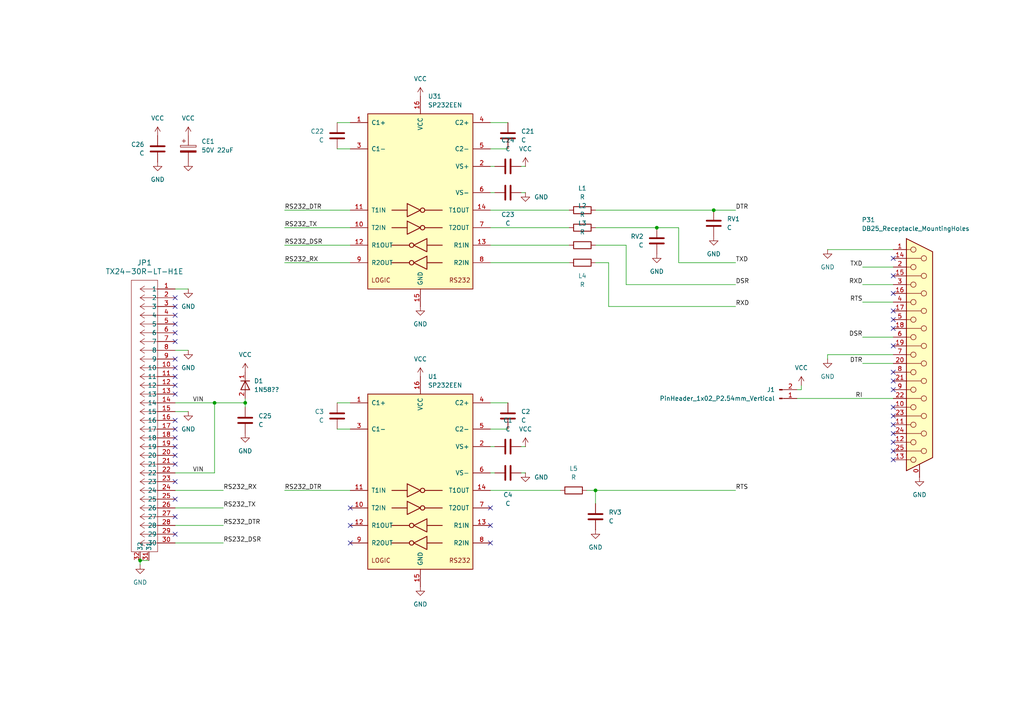
<source format=kicad_sch>
(kicad_sch (version 20231120) (generator "eeschema") (generator_version "8.0")
  (paper "A4")
  (title_block (title "SUNSO Thermal WTP-150 - Communication Module, RS232") (rev "2.0"))
  (lib_symbols
    (symbol "Connector:Conn_01x02_Pin" (pin_names (offset 1.016) hide)
      (property "Reference" "J" (at 0 2.54 0))
      (property "Value" "Conn_01x02_Pin" (at 0 -5.08 0))
      (symbol "Conn_01x02_Pin_1_1"
        (polyline (pts (xy 1.27 -2.54) (xy 0.8636 -2.54)) (stroke (width 0.1524)))
        (polyline (pts (xy 1.27 0) (xy 0.8636 0)) (stroke (width 0.1524)))
        (rectangle (start 0.8636 -2.413) (end 0 -2.667) (stroke (width 0.1524)) (fill (type outline)))
        (rectangle (start 0.8636 0.127) (end 0 -0.127) (stroke (width 0.1524)) (fill (type outline)))
        (pin passive line (at 5.08 0 180) (length 3.81) (name "Pin_1") (number "1"))
        (pin passive line (at 5.08 -2.54 180) (length 3.81) (name "Pin_2") (number "2"))
      )
    )
    (symbol "Connector:DB25_Receptacle_MountingHoles" (pin_names (offset 1.016) hide)
      (property "Reference" "J" (at 0 36.83 0))
      (property "Value" "DB25_Receptacle_MountingHoles" (at 0 34.925 0))
      (symbol "DB25_Receptacle_MountingHoles_0_1"
        (circle (center -1.778 -30.48) (radius 0.762))
        (circle (center -1.778 -25.4) (radius 0.762))
        (circle (center -1.778 -20.32) (radius 0.762))
        (circle (center -1.778 -15.24) (radius 0.762))
        (circle (center -1.778 -10.16) (radius 0.762))
        (circle (center -1.778 -5.08) (radius 0.762))
        (circle (center -1.778 0) (radius 0.762))
        (circle (center -1.778 5.08) (radius 0.762))
        (circle (center -1.778 10.16) (radius 0.762))
        (circle (center -1.778 15.24) (radius 0.762))
        (circle (center -1.778 20.32) (radius 0.762))
        (circle (center -1.778 25.4) (radius 0.762))
        (circle (center -1.778 30.48) (radius 0.762))
        (polyline (pts (xy -3.81 -30.48) (xy -2.54 -30.48)))
        (polyline (pts (xy -3.81 -27.94) (xy 0.508 -27.94)))
        (polyline (pts (xy -3.81 -25.4) (xy -2.54 -25.4)))
        (polyline (pts (xy -3.81 -22.86) (xy 0.508 -22.86)))
        (polyline (pts (xy -3.81 -20.32) (xy -2.54 -20.32)))
        (polyline (pts (xy -3.81 -17.78) (xy 0.508 -17.78)))
        (polyline (pts (xy -3.81 -15.24) (xy -2.54 -15.24)))
        (polyline (pts (xy -3.81 -12.7) (xy 0.508 -12.7)))
        (polyline (pts (xy -3.81 -10.16) (xy -2.54 -10.16)))
        (polyline (pts (xy -3.81 -7.62) (xy 0.508 -7.62)))
        (polyline (pts (xy -3.81 -5.08) (xy -2.54 -5.08)))
        (polyline (pts (xy -3.81 -2.54) (xy 0.508 -2.54)))
        (polyline (pts (xy -3.81 0) (xy -2.54 0)))
        (polyline (pts (xy -3.81 2.54) (xy 0.508 2.54)))
        (polyline (pts (xy -3.81 5.08) (xy -2.54 5.08)))
        (polyline (pts (xy -3.81 7.62) (xy 0.508 7.62)))
        (polyline (pts (xy -3.81 10.16) (xy -2.54 10.16)))
        (polyline (pts (xy -3.81 12.7) (xy 0.508 12.7)))
        (polyline (pts (xy -3.81 15.24) (xy -2.54 15.24)))
        (polyline (pts (xy -3.81 17.78) (xy 0.508 17.78)))
        (polyline (pts (xy -3.81 20.32) (xy -2.54 20.32)))
        (polyline (pts (xy -3.81 22.86) (xy 0.508 22.86)))
        (polyline (pts (xy -3.81 25.4) (xy -2.54 25.4)))
        (polyline (pts (xy -3.81 27.94) (xy 0.508 27.94)))
        (polyline (pts (xy -3.81 30.48) (xy -2.54 30.48)))
        (polyline (pts (xy -3.81 33.655) (xy 3.81 29.845) (xy 3.81 -29.845) (xy -3.81 -33.655) (xy -3.81 33.655)) (stroke (width 0.254)) (fill (type background)))
        (circle (center 1.27 -27.94) (radius 0.762))
        (circle (center 1.27 -22.86) (radius 0.762))
        (circle (center 1.27 -17.78) (radius 0.762))
        (circle (center 1.27 -12.7) (radius 0.762))
        (circle (center 1.27 -7.62) (radius 0.762))
        (circle (center 1.27 -2.54) (radius 0.762))
        (circle (center 1.27 2.54) (radius 0.762))
        (circle (center 1.27 7.62) (radius 0.762))
        (circle (center 1.27 12.7) (radius 0.762))
        (circle (center 1.27 17.78) (radius 0.762))
        (circle (center 1.27 22.86) (radius 0.762))
        (circle (center 1.27 27.94) (radius 0.762))
      )
      (symbol "DB25_Receptacle_MountingHoles_1_1"
        (pin passive line (at 0 -35.56 90) (length 3.81) (name "PAD") (number "0"))
        (pin passive line (at -7.62 30.48 0) (length 3.81) (name "1") (number "1"))
        (pin passive line (at -7.62 -15.24 0) (length 3.81) (name "10") (number "10"))
        (pin passive line (at -7.62 -20.32 0) (length 3.81) (name "11") (number "11"))
        (pin passive line (at -7.62 -25.4 0) (length 3.81) (name "12") (number "12"))
        (pin passive line (at -7.62 -30.48 0) (length 3.81) (name "13") (number "13"))
        (pin passive line (at -7.62 27.94 0) (length 3.81) (name "P14") (number "14"))
        (pin passive line (at -7.62 22.86 0) (length 3.81) (name "P15") (number "15"))
        (pin passive line (at -7.62 17.78 0) (length 3.81) (name "P16") (number "16"))
        (pin passive line (at -7.62 12.7 0) (length 3.81) (name "P17") (number "17"))
        (pin passive line (at -7.62 7.62 0) (length 3.81) (name "P18") (number "18"))
        (pin passive line (at -7.62 2.54 0) (length 3.81) (name "P19") (number "19"))
        (pin passive line (at -7.62 25.4 0) (length 3.81) (name "2") (number "2"))
        (pin passive line (at -7.62 -2.54 0) (length 3.81) (name "P20") (number "20"))
        (pin passive line (at -7.62 -7.62 0) (length 3.81) (name "P21") (number "21"))
        (pin passive line (at -7.62 -12.7 0) (length 3.81) (name "P22") (number "22"))
        (pin passive line (at -7.62 -17.78 0) (length 3.81) (name "P23") (number "23"))
        (pin passive line (at -7.62 -22.86 0) (length 3.81) (name "P24") (number "24"))
        (pin passive line (at -7.62 -27.94 0) (length 3.81) (name "P25") (number "25"))
        (pin passive line (at -7.62 20.32 0) (length 3.81) (name "3") (number "3"))
        (pin passive line (at -7.62 15.24 0) (length 3.81) (name "4") (number "4"))
        (pin passive line (at -7.62 10.16 0) (length 3.81) (name "5") (number "5"))
        (pin passive line (at -7.62 5.08 0) (length 3.81) (name "6") (number "6"))
        (pin passive line (at -7.62 0 0) (length 3.81) (name "7") (number "7"))
        (pin passive line (at -7.62 -5.08 0) (length 3.81) (name "8") (number "8"))
        (pin passive line (at -7.62 -10.16 0) (length 3.81) (name "9") (number "9"))
      )
    )
    (symbol "Device:C" (pin_numbers hide) (pin_names (offset 0.254))
      (property "Reference" "C" (at 0.635 2.54 0))
      (property "Value" "C" (at 0.635 -2.54 0))
      (symbol "C_0_1"
        (polyline (pts (xy -2.032 -0.762) (xy 2.032 -0.762)) (stroke (width 0.508)))
        (polyline (pts (xy -2.032 0.762) (xy 2.032 0.762)) (stroke (width 0.508)))
      )
      (symbol "C_1_1"
        (pin passive line (at 0 3.81 270) (length 2.794) (name "~") (number "1"))
        (pin passive line (at 0 -3.81 90) (length 2.794) (name "~") (number "2"))
      )
    )
    (symbol "Device:C_Polarized" (pin_numbers hide) (pin_names (offset 0.254))
      (property "Reference" "C" (at 0.635 2.54 0))
      (property "Value" "C_Polarized" (at 0.635 -2.54 0))
      (symbol "C_Polarized_0_1"
        (rectangle (start -2.286 0.508) (end 2.286 1.016))
        (polyline (pts (xy -1.778 2.286) (xy -0.762 2.286)))
        (polyline (pts (xy -1.27 2.794) (xy -1.27 1.778)))
        (rectangle (start 2.286 -0.508) (end -2.286 -1.016) (fill (type outline)))
      )
      (symbol "C_Polarized_1_1"
        (pin passive line (at 0 3.81 270) (length 2.794) (name "~") (number "1"))
        (pin passive line (at 0 -3.81 90) (length 2.794) (name "~") (number "2"))
      )
    )
    (symbol "Device:D" (pin_names (offset 1.016) hide)
      (property "Reference" "D" (at 0 2.54 0))
      (property "Value" "D" (at 0 -2.54 0))
      (symbol "D_0_1"
        (polyline (pts (xy -1.27 1.27) (xy -1.27 -1.27)) (stroke (width 0.254)))
        (polyline (pts (xy 1.27 0) (xy -1.27 0)))
        (polyline (pts (xy 1.27 1.27) (xy 1.27 -1.27) (xy -1.27 0) (xy 1.27 1.27)) (stroke (width 0.254)))
      )
      (symbol "D_1_1"
        (pin passive line (at -3.81 0 0) (length 2.54) (name "K") (number "1"))
        (pin passive line (at 3.81 0 180) (length 2.54) (name "A") (number "2"))
      )
    )
    (symbol "Device:R" (pin_numbers hide) (pin_names (offset 0))
      (property "Reference" "R" (at 2.032 0 90))
      (property "Value" "R" (at 0 0 90))
      (symbol "R_0_1"
        (rectangle (start -1.016 -2.54) (end 1.016 2.54) (stroke (width 0.254)))
      )
      (symbol "R_1_1"
        (pin passive line (at 0 3.81 270) (length 1.27) (name "~") (number "1"))
        (pin passive line (at 0 -3.81 90) (length 1.27) (name "~") (number "2"))
      )
    )
    (symbol "Interface_UART:MAX232" (pin_names (offset 1.016))
      (property "Reference" "U" (at -2.54 28.575 0))
      (property "Value" "MAX232" (at -2.54 26.67 0))
      (symbol "MAX232_0_0"
        (text "LOGIC" (at -11.43 -22.86 0) (effects (font (size 1.27 1.27))))
        (text "RS232" (at 11.43 -22.86 0) (effects (font (size 1.27 1.27))))
      )
      (symbol "MAX232_0_1"
        (rectangle (start -15.24 -25.4) (end 15.24 25.4) (stroke (width 0.254)) (fill (type background)))
        (circle (center -2.54 -17.78) (radius 0.635) (stroke (width 0.254)))
        (circle (center -2.54 -12.7) (radius 0.635) (stroke (width 0.254)))
        (polyline (pts (xy -3.81 -7.62) (xy -8.255 -7.62)) (stroke (width 0.254)))
        (polyline (pts (xy -3.81 -2.54) (xy -8.255 -2.54)) (stroke (width 0.254)))
        (polyline (pts (xy -3.175 -17.78) (xy -8.255 -17.78)) (stroke (width 0.254)))
        (polyline (pts (xy -3.175 -12.7) (xy -8.255 -12.7)) (stroke (width 0.254)))
        (polyline (pts (xy 1.27 -7.62) (xy 6.35 -7.62)) (stroke (width 0.254)))
        (polyline (pts (xy 1.27 -2.54) (xy 6.35 -2.54)) (stroke (width 0.254)))
        (polyline (pts (xy 1.905 -17.78) (xy 6.35 -17.78)) (stroke (width 0.254)))
        (polyline (pts (xy 1.905 -12.7) (xy 6.35 -12.7)) (stroke (width 0.254)))
        (polyline (pts (xy -3.81 -5.715) (xy -3.81 -9.525) (xy 0 -7.62) (xy -3.81 -5.715)) (stroke (width 0.254)))
        (polyline (pts (xy -3.81 -0.635) (xy -3.81 -4.445) (xy 0 -2.54) (xy -3.81 -0.635)) (stroke (width 0.254)))
        (polyline (pts (xy 1.905 -15.875) (xy 1.905 -19.685) (xy -1.905 -17.78) (xy 1.905 -15.875)) (stroke (width 0.254)))
        (polyline (pts (xy 1.905 -10.795) (xy 1.905 -14.605) (xy -1.905 -12.7) (xy 1.905 -10.795)) (stroke (width 0.254)))
        (circle (center 0.635 -7.62) (radius 0.635) (stroke (width 0.254)))
        (circle (center 0.635 -2.54) (radius 0.635) (stroke (width 0.254)))
      )
      (symbol "MAX232_1_1"
        (pin passive line (at -20.32 22.86 0) (length 5.08) (name "C1+") (number "1"))
        (pin input line (at -20.32 -7.62 0) (length 5.08) (name "T2IN") (number "10"))
        (pin input line (at -20.32 -2.54 0) (length 5.08) (name "T1IN") (number "11"))
        (pin output line (at -20.32 -12.7 0) (length 5.08) (name "R1OUT") (number "12"))
        (pin input line (at 20.32 -12.7 180) (length 5.08) (name "R1IN") (number "13"))
        (pin output line (at 20.32 -2.54 180) (length 5.08) (name "T1OUT") (number "14"))
        (pin power_in line (at 0 -30.48 90) (length 5.08) (name "GND") (number "15"))
        (pin power_in line (at 0 30.48 270) (length 5.08) (name "VCC") (number "16"))
        (pin power_out line (at 20.32 10.16 180) (length 5.08) (name "VS+") (number "2"))
        (pin passive line (at -20.32 15.24 0) (length 5.08) (name "C1-") (number "3"))
        (pin passive line (at 20.32 22.86 180) (length 5.08) (name "C2+") (number "4"))
        (pin passive line (at 20.32 15.24 180) (length 5.08) (name "C2-") (number "5"))
        (pin power_out line (at 20.32 2.54 180) (length 5.08) (name "VS-") (number "6"))
        (pin output line (at 20.32 -7.62 180) (length 5.08) (name "T2OUT") (number "7"))
        (pin input line (at 20.32 -17.78 180) (length 5.08) (name "R2IN") (number "8"))
        (pin output line (at -20.32 -17.78 0) (length 5.08) (name "R2OUT") (number "9"))
      )
    )
    (symbol "power:GND" (power) (pin_numbers hide) (pin_names (offset 0) hide)
      (property "Value" "GND" (at 0 -3.81 0))
      (symbol "GND_0_1"
        (polyline (pts (xy 0 0) (xy 0 -1.27) (xy 1.27 -1.27) (xy 0 -2.54) (xy -1.27 -1.27) (xy 0 -1.27)))
      )
      (symbol "GND_1_1"
        (pin power_in line (at 0 0 270) (length 0) (name "~") (number "1"))
      )
    )
    (symbol "power:VCC" (power) (pin_numbers hide) (pin_names (offset 0) hide)
      (property "Value" "VCC" (at 0 3.556 0))
      (symbol "VCC_0_1"
        (polyline (pts (xy -0.762 1.27) (xy 0 2.54)))
        (polyline (pts (xy 0 0) (xy 0 2.54)))
        (polyline (pts (xy 0 2.54) (xy 0.762 1.27)))
      )
      (symbol "VCC_1_1"
        (pin power_in line (at 0 0 90) (length 0) (name "~") (number "1"))
      )
    )
    (symbol "symbols:TX24-30R-LT-H1E" (pin_names (offset 0.254))
      (property "Reference" "J" (at 8.89 6.35 0))
      (property "Value" "TX24-30R-LT-H1E" (at 0 0 0))
      (symbol "TX24-30R-LT-H1E_1_1"
        (polyline (pts (xy 5.08 -76.2) (xy 12.7 -76.2)) (stroke (width 0.127)))
        (polyline (pts (xy 5.08 2.54) (xy 5.08 -76.2)) (stroke (width 0.127)))
        (polyline (pts (xy 10.16 -73.66) (xy 5.08 -73.66)) (stroke (width 0.127)))
        (polyline (pts (xy 10.16 -73.66) (xy 8.89 -74.5067)) (stroke (width 0.127)))
        (polyline (pts (xy 10.16 -73.66) (xy 8.89 -72.8133)) (stroke (width 0.127)))
        (polyline (pts (xy 10.16 -71.12) (xy 5.08 -71.12)) (stroke (width 0.127)))
        (polyline (pts (xy 10.16 -71.12) (xy 8.89 -71.9667)) (stroke (width 0.127)))
        (polyline (pts (xy 10.16 -71.12) (xy 8.89 -70.2733)) (stroke (width 0.127)))
        (polyline (pts (xy 10.16 -68.58) (xy 5.08 -68.58)) (stroke (width 0.127)))
        (polyline (pts (xy 10.16 -68.58) (xy 8.89 -69.4267)) (stroke (width 0.127)))
        (polyline (pts (xy 10.16 -68.58) (xy 8.89 -67.7333)) (stroke (width 0.127)))
        (polyline (pts (xy 10.16 -66.04) (xy 5.08 -66.04)) (stroke (width 0.127)))
        (polyline (pts (xy 10.16 -66.04) (xy 8.89 -66.8867)) (stroke (width 0.127)))
        (polyline (pts (xy 10.16 -66.04) (xy 8.89 -65.1933)) (stroke (width 0.127)))
        (polyline (pts (xy 10.16 -63.5) (xy 5.08 -63.5)) (stroke (width 0.127)))
        (polyline (pts (xy 10.16 -63.5) (xy 8.89 -64.3467)) (stroke (width 0.127)))
        (polyline (pts (xy 10.16 -63.5) (xy 8.89 -62.6533)) (stroke (width 0.127)))
        (polyline (pts (xy 10.16 -60.96) (xy 5.08 -60.96)) (stroke (width 0.127)))
        (polyline (pts (xy 10.16 -60.96) (xy 8.89 -61.8067)) (stroke (width 0.127)))
        (polyline (pts (xy 10.16 -60.96) (xy 8.89 -60.1133)) (stroke (width 0.127)))
        (polyline (pts (xy 10.16 -58.42) (xy 5.08 -58.42)) (stroke (width 0.127)))
        (polyline (pts (xy 10.16 -58.42) (xy 8.89 -59.2667)) (stroke (width 0.127)))
        (polyline (pts (xy 10.16 -58.42) (xy 8.89 -57.5733)) (stroke (width 0.127)))
        (polyline (pts (xy 10.16 -55.88) (xy 5.08 -55.88)) (stroke (width 0.127)))
        (polyline (pts (xy 10.16 -55.88) (xy 8.89 -56.7267)) (stroke (width 0.127)))
        (polyline (pts (xy 10.16 -55.88) (xy 8.89 -55.0333)) (stroke (width 0.127)))
        (polyline (pts (xy 10.16 -53.34) (xy 5.08 -53.34)) (stroke (width 0.127)))
        (polyline (pts (xy 10.16 -53.34) (xy 8.89 -54.1867)) (stroke (width 0.127)))
        (polyline (pts (xy 10.16 -53.34) (xy 8.89 -52.4933)) (stroke (width 0.127)))
        (polyline (pts (xy 10.16 -50.8) (xy 5.08 -50.8)) (stroke (width 0.127)))
        (polyline (pts (xy 10.16 -50.8) (xy 8.89 -51.6467)) (stroke (width 0.127)))
        (polyline (pts (xy 10.16 -50.8) (xy 8.89 -49.9533)) (stroke (width 0.127)))
        (polyline (pts (xy 10.16 -48.26) (xy 5.08 -48.26)) (stroke (width 0.127)))
        (polyline (pts (xy 10.16 -48.26) (xy 8.89 -49.1067)) (stroke (width 0.127)))
        (polyline (pts (xy 10.16 -48.26) (xy 8.89 -47.4133)) (stroke (width 0.127)))
        (polyline (pts (xy 10.16 -45.72) (xy 5.08 -45.72)) (stroke (width 0.127)))
        (polyline (pts (xy 10.16 -45.72) (xy 8.89 -46.5667)) (stroke (width 0.127)))
        (polyline (pts (xy 10.16 -45.72) (xy 8.89 -44.8733)) (stroke (width 0.127)))
        (polyline (pts (xy 10.16 -43.18) (xy 5.08 -43.18)) (stroke (width 0.127)))
        (polyline (pts (xy 10.16 -43.18) (xy 8.89 -44.0267)) (stroke (width 0.127)))
        (polyline (pts (xy 10.16 -43.18) (xy 8.89 -42.3333)) (stroke (width 0.127)))
        (polyline (pts (xy 10.16 -40.64) (xy 5.08 -40.64)) (stroke (width 0.127)))
        (polyline (pts (xy 10.16 -40.64) (xy 8.89 -41.4867)) (stroke (width 0.127)))
        (polyline (pts (xy 10.16 -40.64) (xy 8.89 -39.7933)) (stroke (width 0.127)))
        (polyline (pts (xy 10.16 -38.1) (xy 5.08 -38.1)) (stroke (width 0.127)))
        (polyline (pts (xy 10.16 -38.1) (xy 8.89 -38.9467)) (stroke (width 0.127)))
        (polyline (pts (xy 10.16 -38.1) (xy 8.89 -37.2533)) (stroke (width 0.127)))
        (polyline (pts (xy 10.16 -35.56) (xy 5.08 -35.56)) (stroke (width 0.127)))
        (polyline (pts (xy 10.16 -35.56) (xy 8.89 -36.4067)) (stroke (width 0.127)))
        (polyline (pts (xy 10.16 -35.56) (xy 8.89 -34.7133)) (stroke (width 0.127)))
        (polyline (pts (xy 10.16 -33.02) (xy 5.08 -33.02)) (stroke (width 0.127)))
        (polyline (pts (xy 10.16 -33.02) (xy 8.89 -33.8667)) (stroke (width 0.127)))
        (polyline (pts (xy 10.16 -33.02) (xy 8.89 -32.1733)) (stroke (width 0.127)))
        (polyline (pts (xy 10.16 -30.48) (xy 5.08 -30.48)) (stroke (width 0.127)))
        (polyline (pts (xy 10.16 -30.48) (xy 8.89 -31.3267)) (stroke (width 0.127)))
        (polyline (pts (xy 10.16 -30.48) (xy 8.89 -29.6333)) (stroke (width 0.127)))
        (polyline (pts (xy 10.16 -27.94) (xy 5.08 -27.94)) (stroke (width 0.127)))
        (polyline (pts (xy 10.16 -27.94) (xy 8.89 -28.7867)) (stroke (width 0.127)))
        (polyline (pts (xy 10.16 -27.94) (xy 8.89 -27.0933)) (stroke (width 0.127)))
        (polyline (pts (xy 10.16 -25.4) (xy 5.08 -25.4)) (stroke (width 0.127)))
        (polyline (pts (xy 10.16 -25.4) (xy 8.89 -26.2467)) (stroke (width 0.127)))
        (polyline (pts (xy 10.16 -25.4) (xy 8.89 -24.5533)) (stroke (width 0.127)))
        (polyline (pts (xy 10.16 -22.86) (xy 5.08 -22.86)) (stroke (width 0.127)))
        (polyline (pts (xy 10.16 -22.86) (xy 8.89 -23.7067)) (stroke (width 0.127)))
        (polyline (pts (xy 10.16 -22.86) (xy 8.89 -22.0133)) (stroke (width 0.127)))
        (polyline (pts (xy 10.16 -20.32) (xy 5.08 -20.32)) (stroke (width 0.127)))
        (polyline (pts (xy 10.16 -20.32) (xy 8.89 -21.1667)) (stroke (width 0.127)))
        (polyline (pts (xy 10.16 -20.32) (xy 8.89 -19.4733)) (stroke (width 0.127)))
        (polyline (pts (xy 10.16 -17.78) (xy 5.08 -17.78)) (stroke (width 0.127)))
        (polyline (pts (xy 10.16 -17.78) (xy 8.89 -18.6267)) (stroke (width 0.127)))
        (polyline (pts (xy 10.16 -17.78) (xy 8.89 -16.9333)) (stroke (width 0.127)))
        (polyline (pts (xy 10.16 -15.24) (xy 5.08 -15.24)) (stroke (width 0.127)))
        (polyline (pts (xy 10.16 -15.24) (xy 8.89 -16.0867)) (stroke (width 0.127)))
        (polyline (pts (xy 10.16 -15.24) (xy 8.89 -14.3933)) (stroke (width 0.127)))
        (polyline (pts (xy 10.16 -12.7) (xy 5.08 -12.7)) (stroke (width 0.127)))
        (polyline (pts (xy 10.16 -12.7) (xy 8.89 -13.5467)) (stroke (width 0.127)))
        (polyline (pts (xy 10.16 -12.7) (xy 8.89 -11.8533)) (stroke (width 0.127)))
        (polyline (pts (xy 10.16 -10.16) (xy 5.08 -10.16)) (stroke (width 0.127)))
        (polyline (pts (xy 10.16 -10.16) (xy 8.89 -11.0067)) (stroke (width 0.127)))
        (polyline (pts (xy 10.16 -10.16) (xy 8.89 -9.3133)) (stroke (width 0.127)))
        (polyline (pts (xy 10.16 -7.62) (xy 5.08 -7.62)) (stroke (width 0.127)))
        (polyline (pts (xy 10.16 -7.62) (xy 8.89 -8.4667)) (stroke (width 0.127)))
        (polyline (pts (xy 10.16 -7.62) (xy 8.89 -6.7733)) (stroke (width 0.127)))
        (polyline (pts (xy 10.16 -5.08) (xy 5.08 -5.08)) (stroke (width 0.127)))
        (polyline (pts (xy 10.16 -5.08) (xy 8.89 -5.9267)) (stroke (width 0.127)))
        (polyline (pts (xy 10.16 -5.08) (xy 8.89 -4.2333)) (stroke (width 0.127)))
        (polyline (pts (xy 10.16 -2.54) (xy 5.08 -2.54)) (stroke (width 0.127)))
        (polyline (pts (xy 10.16 -2.54) (xy 8.89 -3.3867)) (stroke (width 0.127)))
        (polyline (pts (xy 10.16 -2.54) (xy 8.89 -1.6933)) (stroke (width 0.127)))
        (polyline (pts (xy 10.16 0) (xy 5.08 0)) (stroke (width 0.127)))
        (polyline (pts (xy 10.16 0) (xy 8.89 -0.8467)) (stroke (width 0.127)))
        (polyline (pts (xy 10.16 0) (xy 8.89 0.8467)) (stroke (width 0.127)))
        (polyline (pts (xy 12.7 -76.2) (xy 12.7 2.54)) (stroke (width 0.127)))
        (polyline (pts (xy 12.7 2.54) (xy 5.08 2.54)) (stroke (width 0.127)))
        (pin unspecified line (at 0 0 0) (length 5.08) (name "1") (number "1"))
        (pin unspecified line (at 0 -22.86 0) (length 5.08) (name "10") (number "10"))
        (pin unspecified line (at 0 -25.4 0) (length 5.08) (name "11") (number "11"))
        (pin unspecified line (at 0 -27.94 0) (length 5.08) (name "12") (number "12"))
        (pin unspecified line (at 0 -30.48 0) (length 5.08) (name "13") (number "13"))
        (pin unspecified line (at 0 -33.02 0) (length 5.08) (name "14") (number "14"))
        (pin unspecified line (at 0 -35.56 0) (length 5.08) (name "15") (number "15"))
        (pin unspecified line (at 0 -38.1 0) (length 5.08) (name "16") (number "16"))
        (pin unspecified line (at 0 -40.64 0) (length 5.08) (name "17") (number "17"))
        (pin unspecified line (at 0 -43.18 0) (length 5.08) (name "18") (number "18"))
        (pin unspecified line (at 0 -45.72 0) (length 5.08) (name "19") (number "19"))
        (pin unspecified line (at 0 -2.54 0) (length 5.08) (name "2") (number "2"))
        (pin unspecified line (at 0 -48.26 0) (length 5.08) (name "20") (number "20"))
        (pin unspecified line (at 0 -50.8 0) (length 5.08) (name "21") (number "21"))
        (pin unspecified line (at 0 -53.34 0) (length 5.08) (name "22") (number "22"))
        (pin unspecified line (at 0 -55.88 0) (length 5.08) (name "23") (number "23"))
        (pin unspecified line (at 0 -58.42 0) (length 5.08) (name "24") (number "24"))
        (pin unspecified line (at 0 -60.96 0) (length 5.08) (name "25") (number "25"))
        (pin unspecified line (at 0 -63.5 0) (length 5.08) (name "26") (number "26"))
        (pin unspecified line (at 0 -66.04 0) (length 5.08) (name "27") (number "27"))
        (pin unspecified line (at 0 -68.58 0) (length 5.08) (name "28") (number "28"))
        (pin unspecified line (at 0 -71.12 0) (length 5.08) (name "29") (number "29"))
        (pin unspecified line (at 0 -5.08 0) (length 5.08) (name "3") (number "3"))
        (pin unspecified line (at 0 -73.66 0) (length 5.08) (name "30") (number "30"))
        (pin unspecified line (at 7.62 -78.74 90) (length 2.54) (name "31") (number "31"))
        (pin unspecified line (at 10.16 -78.74 90) (length 2.54) (name "32") (number "32"))
        (pin unspecified line (at 0 -7.62 0) (length 5.08) (name "4") (number "4"))
        (pin unspecified line (at 0 -10.16 0) (length 5.08) (name "5") (number "5"))
        (pin unspecified line (at 0 -12.7 0) (length 5.08) (name "6") (number "6"))
        (pin unspecified line (at 0 -15.24 0) (length 5.08) (name "7") (number "7"))
        (pin unspecified line (at 0 -17.78 0) (length 5.08) (name "8") (number "8"))
        (pin unspecified line (at 0 -20.32 0) (length 5.08) (name "9") (number "9"))
      )
      (symbol "TX24-30R-LT-H1E_1_2"
        (polyline (pts (xy 5.08 -76.2) (xy 12.7 -76.2)) (stroke (width 0.127)))
        (polyline (pts (xy 5.08 2.54) (xy 5.08 -76.2)) (stroke (width 0.127)))
        (polyline (pts (xy 7.62 -73.66) (xy 5.08 -73.66)) (stroke (width 0.127)))
        (polyline (pts (xy 7.62 -73.66) (xy 8.89 -74.5067)) (stroke (width 0.127)))
        (polyline (pts (xy 7.62 -73.66) (xy 8.89 -72.8133)) (stroke (width 0.127)))
        (polyline (pts (xy 7.62 -71.12) (xy 5.08 -71.12)) (stroke (width 0.127)))
        (polyline (pts (xy 7.62 -71.12) (xy 8.89 -71.9667)) (stroke (width 0.127)))
        (polyline (pts (xy 7.62 -71.12) (xy 8.89 -70.2733)) (stroke (width 0.127)))
        (polyline (pts (xy 7.62 -68.58) (xy 5.08 -68.58)) (stroke (width 0.127)))
        (polyline (pts (xy 7.62 -68.58) (xy 8.89 -69.4267)) (stroke (width 0.127)))
        (polyline (pts (xy 7.62 -68.58) (xy 8.89 -67.7333)) (stroke (width 0.127)))
        (polyline (pts (xy 7.62 -66.04) (xy 5.08 -66.04)) (stroke (width 0.127)))
        (polyline (pts (xy 7.62 -66.04) (xy 8.89 -66.8867)) (stroke (width 0.127)))
        (polyline (pts (xy 7.62 -66.04) (xy 8.89 -65.1933)) (stroke (width 0.127)))
        (polyline (pts (xy 7.62 -63.5) (xy 5.08 -63.5)) (stroke (width 0.127)))
        (polyline (pts (xy 7.62 -63.5) (xy 8.89 -64.3467)) (stroke (width 0.127)))
        (polyline (pts (xy 7.62 -63.5) (xy 8.89 -62.6533)) (stroke (width 0.127)))
        (polyline (pts (xy 7.62 -60.96) (xy 5.08 -60.96)) (stroke (width 0.127)))
        (polyline (pts (xy 7.62 -60.96) (xy 8.89 -61.8067)) (stroke (width 0.127)))
        (polyline (pts (xy 7.62 -60.96) (xy 8.89 -60.1133)) (stroke (width 0.127)))
        (polyline (pts (xy 7.62 -58.42) (xy 5.08 -58.42)) (stroke (width 0.127)))
        (polyline (pts (xy 7.62 -58.42) (xy 8.89 -59.2667)) (stroke (width 0.127)))
        (polyline (pts (xy 7.62 -58.42) (xy 8.89 -57.5733)) (stroke (width 0.127)))
        (polyline (pts (xy 7.62 -55.88) (xy 5.08 -55.88)) (stroke (width 0.127)))
        (polyline (pts (xy 7.62 -55.88) (xy 8.89 -56.7267)) (stroke (width 0.127)))
        (polyline (pts (xy 7.62 -55.88) (xy 8.89 -55.0333)) (stroke (width 0.127)))
        (polyline (pts (xy 7.62 -53.34) (xy 5.08 -53.34)) (stroke (width 0.127)))
        (polyline (pts (xy 7.62 -53.34) (xy 8.89 -54.1867)) (stroke (width 0.127)))
        (polyline (pts (xy 7.62 -53.34) (xy 8.89 -52.4933)) (stroke (width 0.127)))
        (polyline (pts (xy 7.62 -50.8) (xy 5.08 -50.8)) (stroke (width 0.127)))
        (polyline (pts (xy 7.62 -50.8) (xy 8.89 -51.6467)) (stroke (width 0.127)))
        (polyline (pts (xy 7.62 -50.8) (xy 8.89 -49.9533)) (stroke (width 0.127)))
        (polyline (pts (xy 7.62 -48.26) (xy 5.08 -48.26)) (stroke (width 0.127)))
        (polyline (pts (xy 7.62 -48.26) (xy 8.89 -49.1067)) (stroke (width 0.127)))
        (polyline (pts (xy 7.62 -48.26) (xy 8.89 -47.4133)) (stroke (width 0.127)))
        (polyline (pts (xy 7.62 -45.72) (xy 5.08 -45.72)) (stroke (width 0.127)))
        (polyline (pts (xy 7.62 -45.72) (xy 8.89 -46.5667)) (stroke (width 0.127)))
        (polyline (pts (xy 7.62 -45.72) (xy 8.89 -44.8733)) (stroke (width 0.127)))
        (polyline (pts (xy 7.62 -43.18) (xy 5.08 -43.18)) (stroke (width 0.127)))
        (polyline (pts (xy 7.62 -43.18) (xy 8.89 -44.0267)) (stroke (width 0.127)))
        (polyline (pts (xy 7.62 -43.18) (xy 8.89 -42.3333)) (stroke (width 0.127)))
        (polyline (pts (xy 7.62 -40.64) (xy 5.08 -40.64)) (stroke (width 0.127)))
        (polyline (pts (xy 7.62 -40.64) (xy 8.89 -41.4867)) (stroke (width 0.127)))
        (polyline (pts (xy 7.62 -40.64) (xy 8.89 -39.7933)) (stroke (width 0.127)))
        (polyline (pts (xy 7.62 -38.1) (xy 5.08 -38.1)) (stroke (width 0.127)))
        (polyline (pts (xy 7.62 -38.1) (xy 8.89 -38.9467)) (stroke (width 0.127)))
        (polyline (pts (xy 7.62 -38.1) (xy 8.89 -37.2533)) (stroke (width 0.127)))
        (polyline (pts (xy 7.62 -35.56) (xy 5.08 -35.56)) (stroke (width 0.127)))
        (polyline (pts (xy 7.62 -35.56) (xy 8.89 -36.4067)) (stroke (width 0.127)))
        (polyline (pts (xy 7.62 -35.56) (xy 8.89 -34.7133)) (stroke (width 0.127)))
        (polyline (pts (xy 7.62 -33.02) (xy 5.08 -33.02)) (stroke (width 0.127)))
        (polyline (pts (xy 7.62 -33.02) (xy 8.89 -33.8667)) (stroke (width 0.127)))
        (polyline (pts (xy 7.62 -33.02) (xy 8.89 -32.1733)) (stroke (width 0.127)))
        (polyline (pts (xy 7.62 -30.48) (xy 5.08 -30.48)) (stroke (width 0.127)))
        (polyline (pts (xy 7.62 -30.48) (xy 8.89 -31.3267)) (stroke (width 0.127)))
        (polyline (pts (xy 7.62 -30.48) (xy 8.89 -29.6333)) (stroke (width 0.127)))
        (polyline (pts (xy 7.62 -27.94) (xy 5.08 -27.94)) (stroke (width 0.127)))
        (polyline (pts (xy 7.62 -27.94) (xy 8.89 -28.7867)) (stroke (width 0.127)))
        (polyline (pts (xy 7.62 -27.94) (xy 8.89 -27.0933)) (stroke (width 0.127)))
        (polyline (pts (xy 7.62 -25.4) (xy 5.08 -25.4)) (stroke (width 0.127)))
        (polyline (pts (xy 7.62 -25.4) (xy 8.89 -26.2467)) (stroke (width 0.127)))
        (polyline (pts (xy 7.62 -25.4) (xy 8.89 -24.5533)) (stroke (width 0.127)))
        (polyline (pts (xy 7.62 -22.86) (xy 5.08 -22.86)) (stroke (width 0.127)))
        (polyline (pts (xy 7.62 -22.86) (xy 8.89 -23.7067)) (stroke (width 0.127)))
        (polyline (pts (xy 7.62 -22.86) (xy 8.89 -22.0133)) (stroke (width 0.127)))
        (polyline (pts (xy 7.62 -20.32) (xy 5.08 -20.32)) (stroke (width 0.127)))
        (polyline (pts (xy 7.62 -20.32) (xy 8.89 -21.1667)) (stroke (width 0.127)))
        (polyline (pts (xy 7.62 -20.32) (xy 8.89 -19.4733)) (stroke (width 0.127)))
        (polyline (pts (xy 7.62 -17.78) (xy 5.08 -17.78)) (stroke (width 0.127)))
        (polyline (pts (xy 7.62 -17.78) (xy 8.89 -18.6267)) (stroke (width 0.127)))
        (polyline (pts (xy 7.62 -17.78) (xy 8.89 -16.9333)) (stroke (width 0.127)))
        (polyline (pts (xy 7.62 -15.24) (xy 5.08 -15.24)) (stroke (width 0.127)))
        (polyline (pts (xy 7.62 -15.24) (xy 8.89 -16.0867)) (stroke (width 0.127)))
        (polyline (pts (xy 7.62 -15.24) (xy 8.89 -14.3933)) (stroke (width 0.127)))
        (polyline (pts (xy 7.62 -12.7) (xy 5.08 -12.7)) (stroke (width 0.127)))
        (polyline (pts (xy 7.62 -12.7) (xy 8.89 -13.5467)) (stroke (width 0.127)))
        (polyline (pts (xy 7.62 -12.7) (xy 8.89 -11.8533)) (stroke (width 0.127)))
        (polyline (pts (xy 7.62 -10.16) (xy 5.08 -10.16)) (stroke (width 0.127)))
        (polyline (pts (xy 7.62 -10.16) (xy 8.89 -11.0067)) (stroke (width 0.127)))
        (polyline (pts (xy 7.62 -10.16) (xy 8.89 -9.3133)) (stroke (width 0.127)))
        (polyline (pts (xy 7.62 -7.62) (xy 5.08 -7.62)) (stroke (width 0.127)))
        (polyline (pts (xy 7.62 -7.62) (xy 8.89 -8.4667)) (stroke (width 0.127)))
        (polyline (pts (xy 7.62 -7.62) (xy 8.89 -6.7733)) (stroke (width 0.127)))
        (polyline (pts (xy 7.62 -5.08) (xy 5.08 -5.08)) (stroke (width 0.127)))
        (polyline (pts (xy 7.62 -5.08) (xy 8.89 -5.9267)) (stroke (width 0.127)))
        (polyline (pts (xy 7.62 -5.08) (xy 8.89 -4.2333)) (stroke (width 0.127)))
        (polyline (pts (xy 7.62 -2.54) (xy 5.08 -2.54)) (stroke (width 0.127)))
        (polyline (pts (xy 7.62 -2.54) (xy 8.89 -3.3867)) (stroke (width 0.127)))
        (polyline (pts (xy 7.62 -2.54) (xy 8.89 -1.6933)) (stroke (width 0.127)))
        (polyline (pts (xy 7.62 0) (xy 5.08 0)) (stroke (width 0.127)))
        (polyline (pts (xy 7.62 0) (xy 8.89 -0.8467)) (stroke (width 0.127)))
        (polyline (pts (xy 7.62 0) (xy 8.89 0.8467)) (stroke (width 0.127)))
        (polyline (pts (xy 12.7 -76.2) (xy 12.7 2.54)) (stroke (width 0.127)))
        (polyline (pts (xy 12.7 2.54) (xy 5.08 2.54)) (stroke (width 0.127)))
        (pin unspecified line (at 0 0 0) (length 5.08) (name "1") (number "1"))
        (pin unspecified line (at 0 -22.86 0) (length 5.08) (name "10") (number "10"))
        (pin unspecified line (at 0 -25.4 0) (length 5.08) (name "11") (number "11"))
        (pin unspecified line (at 0 -27.94 0) (length 5.08) (name "12") (number "12"))
        (pin unspecified line (at 0 -30.48 0) (length 5.08) (name "13") (number "13"))
        (pin unspecified line (at 0 -33.02 0) (length 5.08) (name "14") (number "14"))
        (pin unspecified line (at 0 -35.56 0) (length 5.08) (name "15") (number "15"))
        (pin unspecified line (at 0 -38.1 0) (length 5.08) (name "16") (number "16"))
        (pin unspecified line (at 0 -40.64 0) (length 5.08) (name "17") (number "17"))
        (pin unspecified line (at 0 -43.18 0) (length 5.08) (name "18") (number "18"))
        (pin unspecified line (at 0 -45.72 0) (length 5.08) (name "19") (number "19"))
        (pin unspecified line (at 0 -2.54 0) (length 5.08) (name "2") (number "2"))
        (pin unspecified line (at 0 -48.26 0) (length 5.08) (name "20") (number "20"))
        (pin unspecified line (at 0 -50.8 0) (length 5.08) (name "21") (number "21"))
        (pin unspecified line (at 0 -53.34 0) (length 5.08) (name "22") (number "22"))
        (pin unspecified line (at 0 -55.88 0) (length 5.08) (name "23") (number "23"))
        (pin unspecified line (at 0 -58.42 0) (length 5.08) (name "24") (number "24"))
        (pin unspecified line (at 0 -60.96 0) (length 5.08) (name "25") (number "25"))
        (pin unspecified line (at 0 -63.5 0) (length 5.08) (name "26") (number "26"))
        (pin unspecified line (at 0 -66.04 0) (length 5.08) (name "27") (number "27"))
        (pin unspecified line (at 0 -68.58 0) (length 5.08) (name "28") (number "28"))
        (pin unspecified line (at 0 -71.12 0) (length 5.08) (name "29") (number "29"))
        (pin unspecified line (at 0 -5.08 0) (length 5.08) (name "3") (number "3"))
        (pin unspecified line (at 0 -73.66 0) (length 5.08) (name "30") (number "30"))
        (pin unspecified line (at 0 -7.62 0) (length 5.08) (name "4") (number "4"))
        (pin unspecified line (at 0 -10.16 0) (length 5.08) (name "5") (number "5"))
        (pin unspecified line (at 0 -12.7 0) (length 5.08) (name "6") (number "6"))
        (pin unspecified line (at 0 -15.24 0) (length 5.08) (name "7") (number "7"))
        (pin unspecified line (at 0 -17.78 0) (length 5.08) (name "8") (number "8"))
        (pin unspecified line (at 0 -20.32 0) (length 5.08) (name "9") (number "9"))
      )
    )
  )
  (junction (at 190.5 66.04))
  (junction (at 40.64 162.56))
  (junction (at 172.72 142.24))
  (junction (at 71.12 116.84))
  (junction (at 62.23 116.84))
  (junction (at 207.01 60.96))
  (no_connect (at 50.8 96.52))
  (no_connect (at 259.08 92.71))
  (no_connect (at 50.8 132.08))
  (no_connect (at 50.8 134.62))
  (no_connect (at 259.08 100.33))
  (no_connect (at 142.24 147.32))
  (no_connect (at 50.8 91.44))
  (no_connect (at 50.8 149.86))
  (no_connect (at 50.8 144.78))
  (no_connect (at 259.08 80.01))
  (no_connect (at 101.6 157.48))
  (no_connect (at 259.08 95.25))
  (no_connect (at 50.8 109.22))
  (no_connect (at 259.08 90.17))
  (no_connect (at 50.8 93.98))
  (no_connect (at 259.08 130.81))
  (no_connect (at 259.08 85.09))
  (no_connect (at 50.8 99.06))
  (no_connect (at 50.8 124.46))
  (no_connect (at 259.08 133.35))
  (no_connect (at 101.6 152.4))
  (no_connect (at 259.08 125.73))
  (no_connect (at 50.8 114.3))
  (no_connect (at 50.8 88.9))
  (no_connect (at 50.8 154.94))
  (no_connect (at 142.24 157.48))
  (no_connect (at 259.08 123.19))
  (no_connect (at 50.8 86.36))
  (no_connect (at 259.08 128.27))
  (no_connect (at 50.8 104.14))
  (no_connect (at 142.24 152.4))
  (no_connect (at 50.8 129.54))
  (no_connect (at 50.8 127))
  (no_connect (at 259.08 110.49))
  (no_connect (at 259.08 118.11))
  (no_connect (at 50.8 121.92))
  (no_connect (at 259.08 120.65))
  (no_connect (at 259.08 74.93))
  (no_connect (at 50.8 106.68))
  (no_connect (at 259.08 113.03))
  (no_connect (at 259.08 107.95))
  (no_connect (at 50.8 111.76))
  (no_connect (at 101.6 147.32))
  (no_connect (at 50.8 139.7))
  (wire (pts (xy 213.36 76.2) (xy 196.85 76.2)))
  (wire (pts (xy 152.4 129.54) (xy 151.13 129.54)))
  (wire (pts (xy 142.24 35.56) (xy 147.32 35.56)))
  (wire (pts (xy 240.03 104.14) (xy 240.03 102.87)))
  (wire (pts (xy 142.24 142.24) (xy 162.56 142.24)))
  (wire (pts (xy 176.53 88.9) (xy 176.53 76.2)))
  (wire (pts (xy 71.12 116.84) (xy 71.12 118.11)))
  (wire (pts (xy 172.72 142.24) (xy 170.18 142.24)))
  (wire (pts (xy 142.24 76.2) (xy 165.1 76.2)))
  (wire (pts (xy 142.24 55.88) (xy 143.51 55.88)))
  (wire (pts (xy 50.8 83.82) (xy 54.61 83.82)))
  (wire (pts (xy 50.8 119.38) (xy 54.61 119.38)))
  (wire (pts (xy 213.36 88.9) (xy 176.53 88.9)))
  (wire (pts (xy 172.72 142.24) (xy 172.72 146.05)))
  (wire (pts (xy 181.61 82.55) (xy 181.61 71.12)))
  (wire (pts (xy 82.55 71.12) (xy 101.6 71.12)))
  (wire (pts (xy 64.77 142.24) (xy 50.8 142.24)))
  (wire (pts (xy 50.8 157.48) (xy 64.77 157.48)))
  (wire (pts (xy 142.24 43.18) (xy 147.32 43.18)))
  (wire (pts (xy 259.08 77.47) (xy 250.19 77.47)))
  (wire (pts (xy 213.36 60.96) (xy 207.01 60.96)))
  (wire (pts (xy 97.79 116.84) (xy 101.6 116.84)))
  (wire (pts (xy 50.8 137.16) (xy 62.23 137.16)))
  (wire (pts (xy 62.23 116.84) (xy 62.23 137.16)))
  (wire (pts (xy 50.8 116.84) (xy 62.23 116.84)))
  (wire (pts (xy 82.55 76.2) (xy 101.6 76.2)))
  (wire (pts (xy 142.24 124.46) (xy 147.32 124.46)))
  (wire (pts (xy 152.4 55.88) (xy 151.13 55.88)))
  (wire (pts (xy 82.55 66.04) (xy 101.6 66.04)))
  (wire (pts (xy 176.53 76.2) (xy 172.72 76.2)))
  (wire (pts (xy 231.14 113.03) (xy 232.41 113.03)))
  (wire (pts (xy 82.55 142.24) (xy 101.6 142.24)))
  (wire (pts (xy 50.8 152.4) (xy 64.77 152.4)))
  (wire (pts (xy 259.08 87.63) (xy 250.19 87.63)))
  (wire (pts (xy 142.24 60.96) (xy 165.1 60.96)))
  (wire (pts (xy 213.36 82.55) (xy 181.61 82.55)))
  (wire (pts (xy 142.24 116.84) (xy 147.32 116.84)))
  (wire (pts (xy 259.08 105.41) (xy 250.19 105.41)))
  (wire (pts (xy 143.51 48.26) (xy 142.24 48.26)))
  (wire (pts (xy 196.85 66.04) (xy 190.5 66.04)))
  (wire (pts (xy 259.08 72.39) (xy 240.03 72.39)))
  (wire (pts (xy 82.55 60.96) (xy 101.6 60.96)))
  (wire (pts (xy 172.72 60.96) (xy 207.01 60.96)))
  (wire (pts (xy 151.13 48.26) (xy 152.4 48.26)))
  (wire (pts (xy 97.79 35.56) (xy 101.6 35.56)))
  (wire (pts (xy 259.08 97.79) (xy 250.19 97.79)))
  (wire (pts (xy 97.79 43.18) (xy 101.6 43.18)))
  (wire (pts (xy 142.24 129.54) (xy 143.51 129.54)))
  (wire (pts (xy 231.14 115.57) (xy 259.08 115.57)))
  (wire (pts (xy 172.72 66.04) (xy 190.5 66.04)))
  (wire (pts (xy 181.61 71.12) (xy 172.72 71.12)))
  (wire (pts (xy 213.36 142.24) (xy 172.72 142.24)))
  (wire (pts (xy 50.8 147.32) (xy 64.77 147.32)))
  (wire (pts (xy 71.12 115.57) (xy 71.12 116.84)))
  (wire (pts (xy 232.41 113.03) (xy 232.41 111.76)))
  (wire (pts (xy 142.24 66.04) (xy 165.1 66.04)))
  (wire (pts (xy 152.4 137.16) (xy 151.13 137.16)))
  (wire (pts (xy 40.64 162.56) (xy 43.18 162.56)))
  (wire (pts (xy 40.64 163.83) (xy 40.64 162.56)))
  (wire (pts (xy 62.23 116.84) (xy 71.12 116.84)))
  (wire (pts (xy 259.08 82.55) (xy 250.19 82.55)))
  (wire (pts (xy 97.79 124.46) (xy 101.6 124.46)))
  (wire (pts (xy 50.8 101.6) (xy 54.61 101.6)))
  (wire (pts (xy 142.24 71.12) (xy 165.1 71.12)))
  (wire (pts (xy 142.24 137.16) (xy 143.51 137.16)))
  (wire (pts (xy 196.85 76.2) (xy 196.85 66.04)))
  (wire (pts (xy 240.03 102.87) (xy 259.08 102.87)))
  (label "TXD" (at 250.19 77.47 180))
  (label "TXD" (at 213.36 76.2 0))
  (label "DTR" (at 213.36 60.96 0))
  (label "VIN" (at 55.88 116.84 0))
  (label "RS232_TX" (at 64.77 147.32 0))
  (label "RS232_DSR" (at 82.55 71.12 0))
  (label "RS232_DTR" (at 82.55 142.24 0))
  (label "RS232_RX" (at 82.55 76.2 0))
  (label "RI" (at 250.19 115.57 180))
  (label "RS232_RX" (at 64.77 142.24 0))
  (label "RXD" (at 213.36 88.9 0))
  (label "RTS" (at 250.19 87.63 180))
  (label "RXD" (at 250.19 82.55 180))
  (label "DSR" (at 250.19 97.79 180))
  (label "VIN" (at 55.88 137.16 0))
  (label "RTS" (at 213.36 142.24 0))
  (label "DSR" (at 213.36 82.55 0))
  (label "RS232_DTR" (at 64.77 152.4 0))
  (label "RS232_TX" (at 82.55 66.04 0))
  (label "RS232_DSR" (at 64.77 157.48 0))
  (label "RS232_DTR" (at 82.55 60.96 0))
  (label "DTR" (at 250.19 105.41 180))
  (symbol (lib_id "Device:C") (at 147.32 39.37 180) (unit 1)
    (property "Reference" "C21" (at 151.13 38.0999 0) (effects (justify right)))
    (property "Value" "C" (at 151.13 40.6399 0) (effects (justify right)))
    (property "Footprint" "Capacitor_SMD:C_0603_1608Metric" (effects (hide yes)))
    (property "Description" "Unpolarized capacitor" (effects (hide yes)))
  )
  (symbol (lib_id "power:VCC") (at 45.72 39.37 0) (unit 1)
    (property "Reference" "#PWR020" (effects (hide yes)))
    (property "Value" "VCC" (at 45.72 34.29 0))
    (property "Description" "Power symbol creates a global label with name \"VCC\"" (effects (hide yes)))
  )
  (symbol (lib_id "power:GND") (at 240.03 72.39 0) (unit 1)
    (property "Reference" "#PWR024" (effects (hide yes)))
    (property "Value" "GND" (at 240.03 77.47 0))
    (property "Description" "Power symbol creates a global label with name \"GND\" , ground" (effects (hide yes)))
  )
  (symbol (lib_id "Interface_UART:MAX232") (at 121.92 58.42 0) (unit 1)
    (property "Reference" "U31" (at 124.1141 27.94 0) (effects (justify left)))
    (property "Value" "SP232EEN" (at 124.1141 30.48 0) (effects (justify left)))
    (property "Footprint" "Package_SO:SOP-16_3.9x9.9mm_P1.27mm" (effects (hide yes)))
  )
  (symbol (lib_id "Device:C") (at 45.72 43.18 180) (unit 1)
    (property "Reference" "C26" (at 41.91 41.9099 0) (effects (justify left)))
    (property "Value" "C" (at 41.91 44.4499 0) (effects (justify left)))
    (property "Footprint" "Capacitor_SMD:C_0603_1608Metric" (effects (hide yes)))
    (property "Description" "Unpolarized capacitor" (effects (hide yes)))
  )
  (symbol (lib_id "power:VCC") (at 152.4 129.54 0) (unit 1)
    (property "Reference" "#PWR022" (effects (hide yes)))
    (property "Value" "VCC" (at 152.4 124.46 0))
    (property "Description" "Power symbol creates a global label with name \"VCC\"" (effects (hide yes)))
  )
  (symbol (lib_id "power:GND") (at 121.92 88.9 0) (unit 1)
    (property "Reference" "#PWR07" (effects (hide yes)))
    (property "Value" "GND" (at 121.92 93.98 0))
    (property "Description" "Power symbol creates a global label with name \"GND\" , ground" (effects (hide yes)))
  )
  (symbol (lib_id "symbols:TX24-30R-LT-H1E") (at 50.8 83.82 0) (mirror y) (unit 1)
    (property "Reference" "JP1" (at 41.91 76.2 0) (effects (font (size 1.524 1.524))))
    (property "Value" "TX24-30R-LT-H1E" (at 41.91 78.74 0) (effects (font (size 1.524 1.524))))
    (property "Footprint" "footprints:CON30_2X15_MR_TX24_JAE" (effects (hide yes)))
    (property "Datasheet" "TX24-30R-LT-H1E" (effects (hide yes)))
  )
  (symbol (lib_id "Device:C") (at 147.32 48.26 90) (unit 1)
    (property "Reference" "C24" (at 147.32 40.64 90))
    (property "Value" "C" (at 147.32 43.18 90))
    (property "Footprint" "Capacitor_SMD:C_0603_1608Metric" (effects (hide yes)))
    (property "Description" "Unpolarized capacitor" (effects (hide yes)))
  )
  (symbol (lib_id "Device:R") (at 168.91 76.2 90) (unit 1)
    (property "Reference" "L4" (at 168.91 80.01 90))
    (property "Value" "R" (at 168.91 82.55 90))
    (property "Footprint" "Resistor_SMD:R_0603_1608Metric" (effects (hide yes)))
    (property "Description" "Resistor" (effects (hide yes)))
  )
  (symbol (lib_id "Device:C") (at 147.32 129.54 90) (unit 1)
    (property "Reference" "C1" (at 147.32 121.92 90))
    (property "Value" "C" (at 147.32 124.46 90))
    (property "Footprint" "Capacitor_SMD:C_0603_1608Metric" (effects (hide yes)))
    (property "Description" "Unpolarized capacitor" (effects (hide yes)))
  )
  (symbol (lib_id "Device:C_Polarized") (at 54.61 43.18 0) (unit 1)
    (property "Reference" "CE1" (at 58.42 41.0209 0) (effects (justify left)))
    (property "Value" "50V 22uF" (at 58.42 43.5609 0) (effects (justify left)))
    (property "Footprint" "Capacitor_THT:CP_Radial_D5.0mm_P2.00mm" (effects (hide yes)))
    (property "Description" "Polarized capacitor" (effects (hide yes)))
  )
  (symbol (lib_id "power:VCC") (at 121.92 109.22 0) (unit 1)
    (property "Reference" "#PWR05" (effects (hide yes)))
    (property "Value" "VCC" (at 121.92 104.14 0))
    (property "Description" "Power symbol creates a global label with name \"VCC\"" (effects (hide yes)))
  )
  (symbol (lib_id "power:GND") (at 54.61 101.6 0) (unit 1)
    (property "Reference" "#PWR01" (effects (hide yes)))
    (property "Value" "GND" (at 54.61 106.68 0))
    (property "Description" "Power symbol creates a global label with name \"GND\" , ground" (effects (hide yes)))
  )
  (symbol (lib_id "Device:C") (at 147.32 137.16 90) (unit 1)
    (property "Reference" "C4" (at 147.32 143.51 90))
    (property "Value" "C" (at 147.32 146.05 90))
    (property "Footprint" "Capacitor_SMD:C_0603_1608Metric" (effects (hide yes)))
    (property "Description" "Unpolarized capacitor" (effects (hide yes)))
  )
  (symbol (lib_id "power:GND") (at 207.01 68.58 0) (unit 1)
    (property "Reference" "#PWR010" (effects (hide yes)))
    (property "Value" "GND" (at 207.01 73.66 0))
    (property "Description" "Power symbol creates a global label with name \"GND\" , ground" (effects (hide yes)))
  )
  (symbol (lib_id "power:GND") (at 240.03 104.14 0) (unit 1)
    (property "Reference" "#PWR023" (effects (hide yes)))
    (property "Value" "GND" (at 240.03 109.22 0))
    (property "Description" "Power symbol creates a global label with name \"GND\" , ground" (effects (hide yes)))
  )
  (symbol (lib_id "power:GND") (at 172.72 153.67 0) (unit 1)
    (property "Reference" "#PWR08" (effects (hide yes)))
    (property "Value" "GND" (at 172.72 158.75 0))
    (property "Description" "Power symbol creates a global label with name \"GND\" , ground" (effects (hide yes)))
  )
  (symbol (lib_id "Device:C") (at 147.32 55.88 90) (unit 1)
    (property "Reference" "C23" (at 147.32 62.23 90))
    (property "Value" "C" (at 147.32 64.77 90))
    (property "Footprint" "Capacitor_SMD:C_0603_1608Metric" (effects (hide yes)))
    (property "Description" "Unpolarized capacitor" (effects (hide yes)))
  )
  (symbol (lib_id "power:GND") (at 152.4 55.88 0) (unit 1)
    (property "Reference" "#PWR014" (effects (hide yes)))
    (property "Value" "GND" (at 154.94 57.1499 0) (effects (justify left)))
    (property "Description" "Power symbol creates a global label with name \"GND\" , ground" (effects (hide yes)))
  )
  (symbol (lib_id "power:GND") (at 152.4 137.16 0) (unit 1)
    (property "Reference" "#PWR019" (effects (hide yes)))
    (property "Value" "GND" (at 154.94 138.4299 0) (effects (justify left)))
    (property "Description" "Power symbol creates a global label with name \"GND\" , ground" (effects (hide yes)))
  )
  (symbol (lib_id "power:GND") (at 54.61 83.82 0) (unit 1)
    (property "Reference" "#PWR02" (effects (hide yes)))
    (property "Value" "GND" (at 54.61 88.9 0))
    (property "Description" "Power symbol creates a global label with name \"GND\" , ground" (effects (hide yes)))
  )
  (symbol (lib_id "power:GND") (at 121.92 170.18 0) (unit 1)
    (property "Reference" "#PWR06" (effects (hide yes)))
    (property "Value" "GND" (at 121.92 175.26 0))
    (property "Description" "Power symbol creates a global label with name \"GND\" , ground" (effects (hide yes)))
  )
  (symbol (lib_id "power:VCC") (at 71.12 107.95 0) (unit 1)
    (property "Reference" "#PWR013" (effects (hide yes)))
    (property "Value" "VCC" (at 71.12 102.87 0))
    (property "Description" "Power symbol creates a global label with name \"VCC\"" (effects (hide yes)))
  )
  (symbol (lib_id "power:GND") (at 54.61 119.38 0) (unit 1)
    (property "Reference" "#PWR03" (effects (hide yes)))
    (property "Value" "GND" (at 54.61 124.46 0))
    (property "Description" "Power symbol creates a global label with name \"GND\" , ground" (effects (hide yes)))
  )
  (symbol (lib_id "Interface_UART:MAX232") (at 121.92 139.7 0) (unit 1)
    (property "Reference" "U1" (at 124.1141 109.22 0) (effects (justify left)))
    (property "Value" "SP232EEN" (at 124.1141 111.76 0) (effects (justify left)))
    (property "Footprint" "Package_SO:SOP-16_3.9x9.9mm_P1.27mm" (effects (hide yes)))
  )
  (symbol (lib_id "power:GND") (at 266.7 138.43 0) (unit 1)
    (property "Reference" "#PWR04" (effects (hide yes)))
    (property "Value" "GND" (at 266.7 143.51 0))
    (property "Description" "Power symbol creates a global label with name \"GND\" , ground" (effects (hide yes)))
  )
  (symbol (lib_id "Device:R") (at 168.91 71.12 90) (unit 1)
    (property "Reference" "L3" (at 168.91 64.77 90))
    (property "Value" "R" (at 168.91 67.31 90))
    (property "Footprint" "Resistor_SMD:R_0603_1608Metric" (effects (hide yes)))
    (property "Description" "Resistor" (effects (hide yes)))
  )
  (symbol (lib_id "power:GND") (at 71.12 125.73 0) (unit 1)
    (property "Reference" "#PWR016" (effects (hide yes)))
    (property "Value" "GND" (at 71.12 130.81 0))
    (property "Description" "Power symbol creates a global label with name \"GND\" , ground" (effects (hide yes)))
  )
  (symbol (lib_id "power:VCC") (at 121.92 27.94 0) (unit 1)
    (property "Reference" "#PWR012" (effects (hide yes)))
    (property "Value" "VCC" (at 121.92 22.86 0))
    (property "Description" "Power symbol creates a global label with name \"VCC\"" (effects (hide yes)))
  )
  (symbol (lib_id "Device:R") (at 168.91 60.96 90) (unit 1)
    (property "Reference" "L1" (at 168.91 54.61 90))
    (property "Value" "R" (at 168.91 57.15 90))
    (property "Footprint" "Resistor_SMD:R_0603_1608Metric" (effects (hide yes)))
    (property "Description" "Resistor" (effects (hide yes)))
  )
  (symbol (lib_id "Connector:Conn_01x02_Pin") (at 226.06 115.57 0) (mirror x) (unit 1)
    (property "Reference" "J1" (at 224.79 113.0299 0) (effects (justify right)))
    (property "Value" "PinHeader_1x02_P2.54mm_Vertical" (at 224.79 115.5699 0) (effects (justify right)))
    (property "Footprint" "Connector_PinHeader_2.54mm:PinHeader_1x02_P2.54mm_Vertical" (effects (hide yes)))
  )
  (symbol (lib_id "power:VCC") (at 54.61 39.37 0) (unit 1)
    (property "Reference" "#PWR018" (effects (hide yes)))
    (property "Value" "VCC" (at 54.61 34.29 0))
    (property "Description" "Power symbol creates a global label with name \"VCC\"" (effects (hide yes)))
  )
  (symbol (lib_id "power:GND") (at 190.5 73.66 0) (unit 1)
    (property "Reference" "#PWR09" (effects (hide yes)))
    (property "Value" "GND" (at 190.5 78.74 0))
    (property "Description" "Power symbol creates a global label with name \"GND\" , ground" (effects (hide yes)))
  )
  (symbol (lib_id "Device:C") (at 172.72 149.86 180) (unit 1)
    (property "Reference" "RV3" (at 176.53 148.5899 0) (effects (justify right)))
    (property "Value" "C" (at 176.53 151.1299 0) (effects (justify right)))
    (property "Footprint" "Capacitor_SMD:C_0603_1608Metric" (effects (hide yes)))
    (property "Description" "Unpolarized capacitor" (effects (hide yes)))
  )
  (symbol (lib_id "Connector:DB25_Receptacle_MountingHoles") (at 266.7 102.87 0) (unit 1)
    (property "Reference" "P31" (at 249.936 63.754 0) (effects (justify left)))
    (property "Value" "DB25_Receptacle_MountingHoles" (at 249.936 66.294 0) (effects (justify left)))
    (property "Footprint" "Connector_Dsub:DSUB-25_Female_Horizontal_P2.77x2.84mm_EdgePinOffset7.70mm_Housed_MountingHolesOffset9.12mm" (effects (hide yes)))
    (property "Description" "25-pin female receptacle socket D-SUB connector, Mounting Hole" (effects (hide yes)))
  )
  (symbol (lib_id "Device:C") (at 147.32 120.65 180) (unit 1)
    (property "Reference" "C2" (at 151.13 119.3799 0) (effects (justify right)))
    (property "Value" "C" (at 151.13 121.9199 0) (effects (justify right)))
    (property "Footprint" "Capacitor_SMD:C_0603_1608Metric" (effects (hide yes)))
    (property "Description" "Unpolarized capacitor" (effects (hide yes)))
  )
  (symbol (lib_id "power:VCC") (at 152.4 48.26 0) (unit 1)
    (property "Reference" "#PWR015" (effects (hide yes)))
    (property "Value" "VCC" (at 152.4 43.18 0))
    (property "Description" "Power symbol creates a global label with name \"VCC\"" (effects (hide yes)))
  )
  (symbol (lib_id "power:GND") (at 45.72 46.99 0) (unit 1)
    (property "Reference" "#PWR011" (effects (hide yes)))
    (property "Value" "GND" (at 45.72 52.07 0))
    (property "Description" "Power symbol creates a global label with name \"GND\" , ground" (effects (hide yes)))
  )
  (symbol (lib_id "Device:C") (at 97.79 39.37 180) (unit 1)
    (property "Reference" "C22" (at 93.98 38.0999 0) (effects (justify left)))
    (property "Value" "C" (at 93.98 40.6399 0) (effects (justify left)))
    (property "Footprint" "Capacitor_SMD:C_0603_1608Metric" (effects (hide yes)))
    (property "Description" "Unpolarized capacitor" (effects (hide yes)))
  )
  (symbol (lib_id "power:VCC") (at 232.41 111.76 0) (unit 1)
    (property "Reference" "#PWR021" (effects (hide yes)))
    (property "Value" "VCC" (at 232.41 106.68 0))
    (property "Description" "Power symbol creates a global label with name \"VCC\"" (effects (hide yes)))
  )
  (symbol (lib_id "Device:D") (at 71.12 111.76 270) (unit 1)
    (property "Reference" "D1" (at 73.66 110.4899 90) (effects (justify left)))
    (property "Value" "1N58??" (at 73.66 113.0299 90) (effects (justify left)))
    (property "Footprint" "Diode_THT:D_A-405_P10.16mm_Horizontal" (effects (hide yes)))
    (property "Description" "Diode" (effects (hide yes)))
  )
  (symbol (lib_id "power:GND") (at 40.64 163.83 0) (unit 1)
    (property "Reference" "#PWR025" (effects (hide yes)))
    (property "Value" "GND" (at 40.64 168.91 0))
    (property "Description" "Power symbol creates a global label with name \"GND\" , ground" (effects (hide yes)))
  )
  (symbol (lib_id "Device:R") (at 166.37 142.24 90) (unit 1)
    (property "Reference" "L5" (at 166.37 135.89 90))
    (property "Value" "R" (at 166.37 138.43 90))
    (property "Footprint" "Resistor_SMD:R_0603_1608Metric" (effects (hide yes)))
    (property "Description" "Resistor" (effects (hide yes)))
  )
  (symbol (lib_id "Device:R") (at 168.91 66.04 90) (unit 1)
    (property "Reference" "L2" (at 168.91 59.69 90))
    (property "Value" "R" (at 168.91 62.23 90))
    (property "Footprint" "Resistor_SMD:R_0603_1608Metric" (effects (hide yes)))
    (property "Description" "Resistor" (effects (hide yes)))
  )
  (symbol (lib_id "power:GND") (at 54.61 46.99 0) (unit 1)
    (property "Reference" "#PWR017" (effects (hide yes)))
    (property "Value" "GND" (effects (hide yes)))
    (property "Description" "Power symbol creates a global label with name \"GND\" , ground" (effects (hide yes)))
  )
  (symbol (lib_id "Device:C") (at 71.12 121.92 0) (unit 1)
    (property "Reference" "C25" (at 74.93 120.6499 0) (effects (justify left)))
    (property "Value" "C" (at 74.93 123.1899 0) (effects (justify left)))
    (property "Footprint" "Capacitor_SMD:C_0603_1608Metric" (effects (hide yes)))
    (property "Description" "Unpolarized capacitor" (effects (hide yes)))
  )
  (symbol (lib_id "Device:C") (at 97.79 120.65 180) (unit 1)
    (property "Reference" "C3" (at 93.98 119.3799 0) (effects (justify left)))
    (property "Value" "C" (at 93.98 121.9199 0) (effects (justify left)))
    (property "Footprint" "Capacitor_SMD:C_0603_1608Metric" (effects (hide yes)))
    (property "Description" "Unpolarized capacitor" (effects (hide yes)))
  )
  (symbol (lib_id "Device:C") (at 190.5 69.85 180) (unit 1)
    (property "Reference" "RV2" (at 186.69 68.5799 0) (effects (justify left)))
    (property "Value" "C" (at 186.69 71.1199 0) (effects (justify left)))
    (property "Footprint" "Capacitor_SMD:C_0603_1608Metric" (effects (hide yes)))
    (property "Description" "Unpolarized capacitor" (effects (hide yes)))
  )
  (symbol (lib_id "Device:C") (at 207.01 64.77 180) (unit 1)
    (property "Reference" "RV1" (at 210.82 63.4999 0) (effects (justify right)))
    (property "Value" "C" (at 210.82 66.0399 0) (effects (justify right)))
    (property "Footprint" "Capacitor_SMD:C_0603_1608Metric" (effects (hide yes)))
    (property "Description" "Unpolarized capacitor" (effects (hide yes)))
  )
)
</source>
